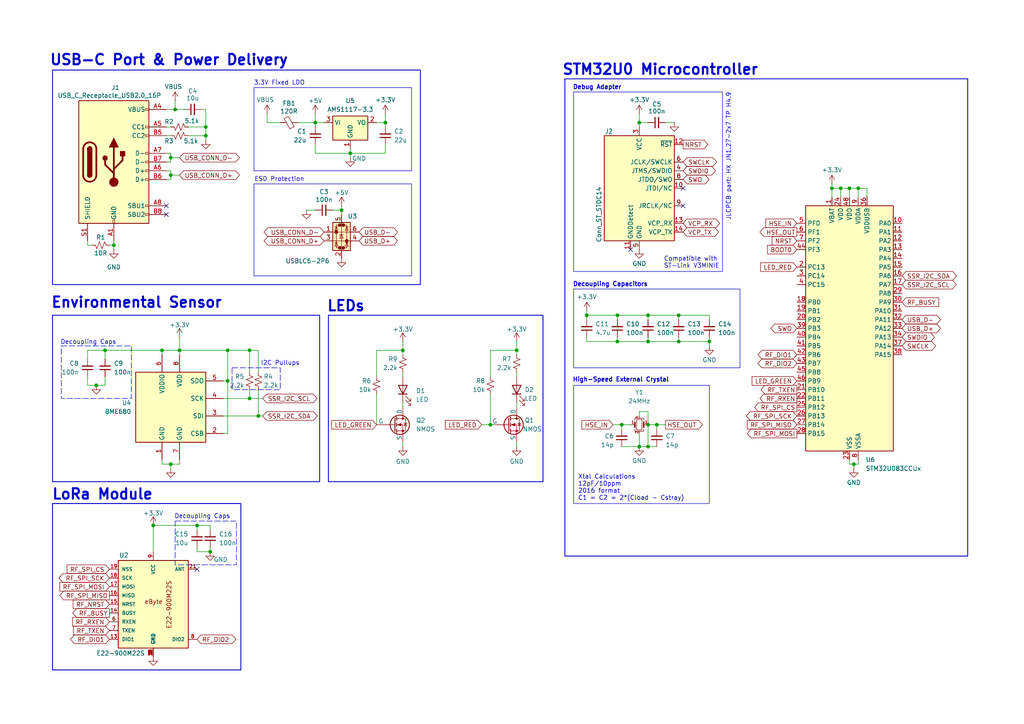
<source format=kicad_sch>
(kicad_sch (version 20250114) (generator "eeschema") (generator_version "9.0")
  (paper "A4")
  (title_block (title "Laera - IoT Sensing Platform") (date "2025-06-26") (rev "1") (company "Author: Elyass Jaoudat") (comment 1 "All rights reserved."))
  (lib_symbols
    (symbol "Connector:Conn_ST_STDC14"
      (property "Reference" "J" (at -8.89 16.51 0))
      (property "Value" "Conn_ST_STDC14" (at 17.78 16.51 0))
      (symbol "Conn_ST_STDC14_1_1"
        (pin no_connect line (at -10.16 5.08 0) (length 2.54) (hide yes) (name "NC") (number "1"))
        (pin no_connect line (at -10.16 2.54 0) (length 2.54) (hide yes) (name "NC") (number "2"))
        (pin passive line (at -2.54 -17.78 90) (length 2.54) (name "GNDDetect") (number "11"))
        (pin power_in line (at 0 17.78 270) (length 2.54) (name "VCC") (number "3"))
        (pin power_in line (at 0 -17.78 90) (length 2.54) (name "GND") (number "5"))
        (pin passive line (at 0 -17.78 90) (length 2.54) (hide yes) (name "GND") (number "7"))
        (pin open_collector line (at 12.7 12.7 180) (length 2.54) (name "~{RST}") (number "12"))
        (pin output line (at 12.7 7.62 180) (length 2.54) (name "JCLK/SWCLK") (number "6"))
        (pin bidirectional line (at 12.7 5.08 180) (length 2.54) (name "JTMS/SWDIO") (number "4"))
        (pin input line (at 12.7 2.54 180) (length 2.54) (name "JTDO/SWO") (number "8"))
        (pin output line (at 12.7 0 180) (length 2.54) (name "JTDI/NC") (number "10"))
        (pin input line (at 12.7 -5.08 180) (length 2.54) (name "JRCLK/NC") (number "9"))
        (pin output line (at 12.7 -10.16 180) (length 2.54) (name "VCP_RX") (number "13"))
        (pin input line (at 12.7 -12.7 180) (length 2.54) (name "VCP_TX") (number "14"))
      )
    )
    (symbol "Connector:USB_C_Receptacle_USB2.0_16P" (pin_names (offset 1.016))
      (property "Reference" "J" (at 0 22.225 0))
      (property "Value" "USB_C_Receptacle_USB2.0_16P" (at 0 19.685 0))
      (symbol "USB_C_Receptacle_USB2.0_16P_1_1"
        (pin passive line (at -7.62 -22.86 90) (length 5.08) (name "SHIELD") (number "S1"))
        (pin passive line (at 0 -22.86 90) (length 5.08) (name "GND") (number "A1"))
        (pin passive line (at 0 -22.86 90) (length 5.08) (hide yes) (name "GND") (number "A12"))
        (pin passive line (at 0 -22.86 90) (length 5.08) (hide yes) (name "GND") (number "B1"))
        (pin passive line (at 0 -22.86 90) (length 5.08) (hide yes) (name "GND") (number "B12"))
        (pin passive line (at 15.24 15.24 180) (length 5.08) (name "VBUS") (number "A4"))
        (pin passive line (at 15.24 15.24 180) (length 5.08) (hide yes) (name "VBUS") (number "A9"))
        (pin passive line (at 15.24 15.24 180) (length 5.08) (hide yes) (name "VBUS") (number "B4"))
        (pin passive line (at 15.24 15.24 180) (length 5.08) (hide yes) (name "VBUS") (number "B9"))
        (pin bidirectional line (at 15.24 10.16 180) (length 5.08) (name "CC1") (number "A5"))
        (pin bidirectional line (at 15.24 7.62 180) (length 5.08) (name "CC2") (number "B5"))
        (pin bidirectional line (at 15.24 2.54 180) (length 5.08) (name "D-") (number "A7"))
        (pin bidirectional line (at 15.24 0 180) (length 5.08) (name "D-") (number "B7"))
        (pin bidirectional line (at 15.24 -2.54 180) (length 5.08) (name "D+") (number "A6"))
        (pin bidirectional line (at 15.24 -5.08 180) (length 5.08) (name "D+") (number "B6"))
        (pin bidirectional line (at 15.24 -12.7 180) (length 5.08) (name "SBU1") (number "A8"))
        (pin bidirectional line (at 15.24 -15.24 180) (length 5.08) (name "SBU2") (number "B8"))
      )
    )
    (symbol "Device:C_Small" (pin_numbers (hide yes)) (pin_names (offset 0.254) (hide yes))
      (property "Reference" "C" (at 0.254 1.778 0))
      (property "Value" "C_Small" (at 0.254 -2.032 0))
      (symbol "C_Small_1_1"
        (pin passive line (at 0 2.54 270) (length 2.032) (name "~") (number "1"))
        (pin passive line (at 0 -2.54 90) (length 2.032) (name "~") (number "2"))
      )
    )
    (symbol "Device:Crystal_GND24_Small" (pin_names (offset 1.016) (hide yes))
      (property "Reference" "Y" (at 1.27 4.445 0))
      (property "Value" "Crystal_GND24_Small" (at 1.27 2.54 0))
      (symbol "Crystal_GND24_Small_1_1"
        (pin passive line (at -2.54 0 0) (length 1.27) (name "1") (number "1"))
        (pin passive line (at 0 2.54 270) (length 0.635) (name "4") (number "4"))
        (pin passive line (at 0 -2.54 90) (length 0.635) (name "2") (number "2"))
        (pin passive line (at 2.54 0 180) (length 1.27) (name "3") (number "3"))
      )
    )
    (symbol "Device:FerriteBead_Small" (pin_numbers (hide yes)) (pin_names (offset 0))
      (property "Reference" "FB" (at 1.905 1.27 0))
      (property "Value" "FerriteBead_Small" (at 1.905 -1.27 0))
      (symbol "FerriteBead_Small_1_1"
        (pin passive line (at 0 2.54 270) (length 1.27) (name "~") (number "1"))
        (pin passive line (at 0 -2.54 90) (length 1.27) (name "~") (number "2"))
      )
    )
    (symbol "Device:LED" (pin_numbers (hide yes)) (pin_names (offset 1.016) (hide yes))
      (property "Reference" "D" (at 0 2.54 0))
      (property "Value" "LED" (at 0 -2.54 0))
      (symbol "LED_1_1"
        (pin passive line (at -3.81 0 0) (length 2.54) (name "K") (number "1"))
        (pin passive line (at 3.81 0 180) (length 2.54) (name "A") (number "2"))
      )
    )
    (symbol "Device:R_Small_US" (pin_numbers (hide yes)) (pin_names (offset 0.254) (hide yes))
      (property "Reference" "R" (at 0.762 0.508 0))
      (property "Value" "R_Small_US" (at 0.762 -1.016 0))
      (symbol "R_Small_US_1_1"
        (pin passive line (at 0 2.54 270) (length 1.016) (name "~") (number "1"))
        (pin passive line (at 0 -2.54 90) (length 1.016) (name "~") (number "2"))
      )
    )
    (symbol "MCU_ST_STM32U0:STM32U083CCUx"
      (property "Reference" "U" (at -12.7 36.83 0))
      (property "Value" "STM32U083CCUx" (at 7.62 36.83 0))
      (symbol "STM32U083CCUx_1_1"
        (pin bidirectional line (at -15.24 30.48 0) (length 2.54) (name "PF0") (number "5"))
        (pin bidirectional line (at -15.24 27.94 0) (length 2.54) (name "PF1") (number "6"))
        (pin bidirectional line (at -15.24 25.4 0) (length 2.54) (name "PF2") (number "7"))
        (pin bidirectional line (at -15.24 22.86 0) (length 2.54) (name "PF3") (number "44"))
        (pin bidirectional line (at -15.24 17.78 0) (length 2.54) (name "PC13") (number "2"))
        (pin bidirectional line (at -15.24 15.24 0) (length 2.54) (name "PC14") (number "3"))
        (pin bidirectional line (at -15.24 12.7 0) (length 2.54) (name "PC15") (number "4"))
        (pin bidirectional line (at -15.24 7.62 0) (length 2.54) (name "PB0") (number "18"))
        (pin bidirectional line (at -15.24 5.08 0) (length 2.54) (name "PB1") (number "19"))
        (pin bidirectional line (at -15.24 2.54 0) (length 2.54) (name "PB2") (number "20"))
        (pin bidirectional line (at -15.24 0 0) (length 2.54) (name "PB3") (number "39"))
        (pin bidirectional line (at -15.24 -2.54 0) (length 2.54) (name "PB4") (number "40"))
        (pin bidirectional line (at -15.24 -5.08 0) (length 2.54) (name "PB5") (number "41"))
        (pin bidirectional line (at -15.24 -7.62 0) (length 2.54) (name "PB6") (number "42"))
        (pin bidirectional line (at -15.24 -10.16 0) (length 2.54) (name "PB7") (number "43"))
        (pin bidirectional line (at -15.24 -12.7 0) (length 2.54) (name "PB8") (number "45"))
        (pin bidirectional line (at -15.24 -15.24 0) (length 2.54) (name "PB9") (number "46"))
        (pin bidirectional line (at -15.24 -17.78 0) (length 2.54) (name "PB10") (number "21"))
        (pin bidirectional line (at -15.24 -20.32 0) (length 2.54) (name "PB11") (number "22"))
        (pin bidirectional line (at -15.24 -22.86 0) (length 2.54) (name "PB12") (number "25"))
        (pin bidirectional line (at -15.24 -25.4 0) (length 2.54) (name "PB13") (number "26"))
        (pin bidirectional line (at -15.24 -27.94 0) (length 2.54) (name "PB14") (number "27"))
        (pin bidirectional line (at -15.24 -30.48 0) (length 2.54) (name "PB15") (number "28"))
        (pin power_in line (at -5.08 38.1 270) (length 2.54) (name "VBAT") (number "1"))
        (pin power_in line (at -2.54 38.1 270) (length 2.54) (name "VDD") (number "24"))
        (pin power_in line (at 0 38.1 270) (length 2.54) (name "VDD") (number "48"))
        (pin power_in line (at 0 -38.1 90) (length 2.54) (name "VSS") (number "23"))
        (pin passive line (at 0 -38.1 90) (length 2.54) (hide yes) (name "VSS") (number "35"))
        (pin passive line (at 0 -38.1 90) (length 2.54) (hide yes) (name "VSS") (number "47"))
        (pin passive line (at 0 -38.1 90) (length 2.54) (hide yes) (name "VSS") (number "49"))
        (pin power_in line (at 2.54 38.1 270) (length 2.54) (name "VDDA") (number "9"))
        (pin power_in line (at 2.54 -38.1 90) (length 2.54) (name "VSSA") (number "8"))
        (pin power_in line (at 5.08 38.1 270) (length 2.54) (name "VDDUSB") (number "36"))
        (pin bidirectional line (at 15.24 30.48 180) (length 2.54) (name "PA0") (number "10"))
        (pin bidirectional line (at 15.24 27.94 180) (length 2.54) (name "PA1") (number "11"))
        (pin bidirectional line (at 15.24 25.4 180) (length 2.54) (name "PA2") (number "12"))
        (pin bidirectional line (at 15.24 22.86 180) (length 2.54) (name "PA3") (number "13"))
        (pin bidirectional line (at 15.24 20.32 180) (length 2.54) (name "PA4") (number "14"))
        (pin bidirectional line (at 15.24 17.78 180) (length 2.54) (name "PA5") (number "15"))
        (pin bidirectional line (at 15.24 15.24 180) (length 2.54) (name "PA6") (number "16"))
        (pin bidirectional line (at 15.24 12.7 180) (length 2.54) (name "PA7") (number "17"))
        (pin bidirectional line (at 15.24 10.16 180) (length 2.54) (name "PA8") (number "29"))
        (pin bidirectional line (at 15.24 7.62 180) (length 2.54) (name "PA9") (number "30"))
        (pin bidirectional line (at 15.24 5.08 180) (length 2.54) (name "PA10") (number "31"))
        (pin bidirectional line (at 15.24 2.54 180) (length 2.54) (name "PA11") (number "32"))
        (pin bidirectional line (at 15.24 0 180) (length 2.54) (name "PA12") (number "33"))
        (pin bidirectional line (at 15.24 -2.54 180) (length 2.54) (name "PA13") (number "34"))
        (pin bidirectional line (at 15.24 -5.08 180) (length 2.54) (name "PA14") (number "37"))
        (pin bidirectional line (at 15.24 -7.62 180) (length 2.54) (name "PA15") (number "38"))
      )
    )
    (symbol "MySymbols:E22-900M22S" (pin_names (offset 1.016))
      (property "Reference" "U" (at 6.096 13.97 0))
      (property "Value" "E22-900M22S" (at -16.51 -15.24 0))
      (symbol "E22-900M22S_0_0"
        (text "eByte" (at 2.794 0 0) (effects (font (size 1.27 1.27)) (justify right bottom)))
        (text "E22-900M22S" (at 5.334 -7.112 900) (effects (font (size 1.27 1.27)) (justify left bottom)))
        (pin input line (at -12.7 10.16 0) (length 2.54) (name "NSS") (number "19"))
        (pin input line (at -12.7 7.62 0) (length 2.54) (name "SCK") (number "18"))
        (pin bidirectional line (at -12.7 5.08 0) (length 2.54) (name "MOSI") (number "17"))
        (pin bidirectional line (at -12.7 2.54 0) (length 2.54) (name "MISO") (number "16"))
        (pin bidirectional line (at -12.7 0 0) (length 2.54) (name "NRST") (number "15"))
        (pin bidirectional line (at -12.7 -2.54 0) (length 2.54) (name "BUSY") (number "14"))
        (pin input line (at -12.7 -5.08 0) (length 2.54) (name "RXEN") (number "6"))
        (pin bidirectional line (at -12.7 -7.62 0) (length 2.54) (name "TXEN") (number "7"))
        (pin bidirectional line (at -12.7 -10.16 0) (length 2.54) (name "DIO1") (number "13"))
        (pin power_in line (at 0 15.24 270) (length 2.54) (name "VCC") (number "9"))
        (pin power_in line (at 0 -15.24 90) (length 2.54) (name "GND") (number "1"))
        (pin power_in line (at 0 -15.24 90) (length 2.54) (name "GND") (number "10"))
        (pin power_in line (at 0 -15.24 90) (length 2.54) (name "GND") (number "11"))
        (pin power_in line (at 0 -15.24 90) (length 2.54) (name "GND") (number "12"))
        (pin power_in line (at 0 -15.24 90) (length 2.54) (name "GND") (number "2"))
        (pin power_in line (at 0 -15.24 90) (length 2.54) (name "GND") (number "20"))
        (pin power_in line (at 0 -15.24 90) (length 2.54) (name "GND") (number "22"))
        (pin power_in line (at 0 -15.24 90) (length 2.54) (name "GND") (number "3"))
        (pin power_in line (at 0 -15.24 90) (length 2.54) (name "GND") (number "4"))
        (pin power_in line (at 0 -15.24 90) (length 2.54) (name "GND") (number "5"))
        (pin output line (at 12.7 10.16 180) (length 2.54) (name "ANT") (number "21"))
        (pin bidirectional line (at 12.7 -10.16 180) (length 2.54) (name "DIO2") (number "8"))
      )
    )
    (symbol "Power_Protection:USBLC6-2P6" (pin_names (hide yes))
      (property "Reference" "U" (at 0.635 5.715 0))
      (property "Value" "USBLC6-2P6" (at 0.635 3.81 0))
      (symbol "USBLC6-2P6_1_1"
        (pin passive line (at -5.08 0 0) (length 2.54) (name "I/O1") (number "1"))
        (pin passive line (at -5.08 -2.54 0) (length 2.54) (name "I/O2") (number "3"))
        (pin passive line (at 0 5.08 270) (length 2.54) (name "VBUS") (number "5"))
        (pin passive line (at 0 -7.62 90) (length 2.54) (name "GND") (number "2"))
        (pin passive line (at 5.08 0 180) (length 2.54) (name "I/O1") (number "6"))
        (pin passive line (at 5.08 -2.54 180) (length 2.54) (name "I/O2") (number "4"))
      )
    )
    (symbol "Regulator_Linear:AMS1117-3.3"
      (property "Reference" "U" (at -3.81 3.175 0))
      (property "Value" "AMS1117-3.3" (at 0 3.175 0))
      (symbol "AMS1117-3.3_1_1"
        (pin power_in line (at -7.62 0 0) (length 2.54) (name "VI") (number "3"))
        (pin power_in line (at 0 -7.62 90) (length 2.54) (name "GND") (number "1"))
        (pin power_out line (at 7.62 0 180) (length 2.54) (name "VO") (number "2"))
      )
    )
    (symbol "Sensor:BME680"
      (property "Reference" "U" (at -8.89 11.43 0))
      (property "Value" "BME680" (at 7.62 11.43 0))
      (symbol "BME680_1_1"
        (pin power_in line (at -2.54 15.24 270) (length 5.08) (name "VDDIO") (number "6"))
        (pin power_in line (at -2.54 -15.24 90) (length 5.08) (name "GND") (number "1"))
        (pin power_in line (at 2.54 15.24 270) (length 5.08) (name "VDD") (number "8"))
        (pin power_in line (at 2.54 -15.24 90) (length 5.08) (name "GND") (number "7"))
        (pin bidirectional line (at 15.24 7.62 180) (length 5.08) (name "SDO") (number "5"))
        (pin input line (at 15.24 2.54 180) (length 5.08) (name "SCK") (number "4"))
        (pin bidirectional line (at 15.24 -2.54 180) (length 5.08) (name "SDI") (number "3"))
        (pin input line (at 15.24 -7.62 180) (length 5.08) (name "CSB") (number "2"))
      )
    )
    (symbol "Simulation_SPICE:NMOS" (pin_numbers (hide yes)) (pin_names (offset 0))
      (property "Reference" "Q" (at 5.08 1.27 0))
      (property "Value" "NMOS" (at 5.08 -1.27 0))
      (symbol "NMOS_1_1"
        (pin input line (at -5.08 0 0) (length 2.54) (name "G") (number "2"))
        (pin passive line (at 2.54 5.08 270) (length 2.54) (name "D") (number "1"))
        (pin passive line (at 2.54 -5.08 90) (length 2.54) (name "S") (number "3"))
      )
    )
    (symbol "power:+3.3V" (power) (pin_numbers (hide yes)) (pin_names (offset 0) (hide yes))
      (property "Value" "+3.3V" (at 0 3.556 0))
      (symbol "+3.3V_1_1"
        (pin power_in line (at 0 0 90) (length 0) (name "~") (number "1"))
      )
    )
    (symbol "power:+5V" (power) (pin_numbers (hide yes)) (pin_names (offset 0) (hide yes))
      (property "Value" "+5V" (at 0 3.556 0))
      (symbol "+5V_1_1"
        (pin power_in line (at 0 0 90) (length 0) (name "~") (number "1"))
      )
    )
    (symbol "power:GND" (power) (pin_numbers (hide yes)) (pin_names (offset 0) (hide yes))
      (property "Value" "GND" (at 0 -3.81 0))
      (symbol "GND_1_1"
        (pin power_in line (at 0 0 270) (length 0) (name "~") (number "1"))
      )
    )
    (symbol "power:VBUS" (power) (pin_numbers (hide yes)) (pin_names (offset 0) (hide yes))
      (property "Value" "VBUS" (at 0 3.556 0))
      (symbol "VBUS_1_1"
        (pin power_in line (at 0 0 90) (length 0) (name "~") (number "1"))
      )
    )
  )
  (rectangle (start 17.78 100.33) (end 38.1 115.57) (stroke (width 0) (type dash)))
  (rectangle (start 15.24 20.32) (end 121.92 82.55) (stroke (width 0.25)))
  (rectangle (start 15.24 146.05) (end 69.85 194.31) (stroke (width 0.254)))
  (rectangle (start 95.25 91.44) (end 157.48 139.7) (stroke (width 0.25)))
  (rectangle (start 15.24 91.44) (end 92.71 139.7) (stroke (width 0.25)))
  (rectangle (start 67.31 106.68) (end 81.28 113.03) (stroke (width 0) (type dash)))
  (rectangle (start 73.66 25.4) (end 119.38 49.53))
  (rectangle (start 163.83 22.86) (end 280.67 161.29) (stroke (width 0.25)))
  (rectangle (start 50.8 151.13) (end 68.58 163.83) (stroke (width 0) (type dash)))
  (rectangle (start 166.37 83.82) (end 214.63 106.68))
  (rectangle (start 73.66 53.34) (end 119.38 80.01))
  (rectangle (start 166.37 26.67) (end 209.55 78.74))
  (rectangle (start 166.37 111.76) (end 205.74 146.05))
  (text "STM32U0 Microcontroller" (at 191.516 20.32 0) (effects (font (size 3 3) (thickness 0.6) (bold yes))))
  (text "LoRa Module" (at 29.718 143.51 0) (effects (font (size 3 3) (thickness 0.6) (bold yes))))
  (text "Debug Adapter" (at 173.228 25.4 0) (effects (font (size 1.27 1.27) (thickness 0.254) (bold yes))))
  (text "Xtal Calculations\n12pF/10ppm\n2016 format\nC1 = C2 = 2*(Cload - Cstray)" (at 167.64 141.478 0) (effects (font (size 1.27 1.27) (thickness 0.1588)) (justify left)))
  (text "Environmental Sensor" (at 39.624 87.884 0) (effects (font (size 3 3) (thickness 0.6) (bold yes))))
  (text "Decoupling Capacitors" (at 177.038 82.55 0) (effects (font (size 1.27 1.27) (thickness 0.254) (bold yes))))
  (text "Decoupling Caps" (at 58.674 149.86 0) (effects (font (size 1.27 1.27))))
  (text "ESD Protection" (at 81.026 52.07 0) (effects (font (size 1.27 1.27))))
  (text "JLCPCB part: HX JN1.27-2x7 TP H4.9" (at 211.328 45.466 90) (effects (font (size 1.27 1.27))))
  (text "High-Speed External Crystal" (at 180.086 110.236 0) (effects (font (size 1.27 1.27) (thickness 0.254) (bold yes))))
  (text "Compatible with\nST-Link V3MINIE" (at 192.532 76.2 0) (effects (font (size 1.27 1.27)) (justify left)))
  (text "LEDs" (at 100.33 88.9 0) (effects (font (size 3 3) (thickness 0.6) (bold yes))))
  (text "USB-C Port & Power Delivery" (at 49.022 17.526 0) (effects (font (size 3 3) (thickness 0.6) (bold yes))))
  (text "I2C Pullups" (at 81.28 105.41 0) (effects (font (size 1.27 1.27))))
  (text "3.3V Fixed LDO" (at 81.026 24.13 0) (effects (font (size 1.27 1.27))))
  (text "Decoupling Caps" (at 25.654 99.314 0) (effects (font (size 1.27 1.27))))
  (junction (at 33.02 71.12))
  (junction (at 187.96 129.54))
  (junction (at 187.96 99.06))
  (junction (at 66.04 101.6))
  (junction (at 46.99 101.6))
  (junction (at 72.39 115.57))
  (junction (at 116.84 101.6))
  (junction (at 248.92 54.61))
  (junction (at 49.53 45.72))
  (junction (at 187.96 123.19))
  (junction (at 187.96 91.44))
  (junction (at 111.76 35.56))
  (junction (at 246.38 54.61))
  (junction (at 196.85 91.44))
  (junction (at 91.44 35.56))
  (junction (at 60.96 160.02))
  (junction (at 72.39 101.6))
  (junction (at 74.93 120.65))
  (junction (at 50.8 31.75))
  (junction (at 99.06 60.96))
  (junction (at 149.86 101.6))
  (junction (at 241.3 54.61))
  (junction (at 179.07 99.06))
  (junction (at 52.07 101.6))
  (junction (at 142.24 123.19))
  (junction (at 30.48 101.6))
  (junction (at 247.65 134.62))
  (junction (at 185.42 35.56))
  (junction (at 49.53 134.62))
  (junction (at 59.69 39.37))
  (junction (at 44.45 152.4))
  (junction (at 185.42 129.54))
  (junction (at 101.6 44.45))
  (junction (at 66.04 110.49))
  (junction (at 243.84 54.61))
  (junction (at 180.34 123.19))
  (junction (at 49.53 50.8))
  (junction (at 27.94 111.76))
  (junction (at 196.85 99.06))
  (junction (at 57.15 152.4))
  (junction (at 205.74 99.06))
  (junction (at 59.69 36.83))
  (junction (at 190.5 123.19))
  (junction (at 179.07 91.44))
  (junction (at 170.18 91.44))
  (no_connect (at 198.12 54.61))
  (no_connect (at 198.12 59.69))
  (no_connect (at 48.26 59.69))
  (no_connect (at 57.15 165.1))
  (no_connect (at 48.26 62.23))
  (no_connect (at 182.88 72.39))
  (wire (pts (xy 185.42 129.54) (xy 187.96 129.54)))
  (wire (pts (xy 49.53 45.72) (xy 49.53 44.45)))
  (wire (pts (xy 52.07 97.79) (xy 52.07 101.6)))
  (wire (pts (xy 116.84 107.95) (xy 116.84 109.22)))
  (wire (pts (xy 57.15 160.02) (xy 57.15 158.75)))
  (wire (pts (xy 185.42 125.73) (xy 185.42 129.54)))
  (wire (pts (xy 27.94 111.76) (xy 25.4 111.76)))
  (wire (pts (xy 248.92 54.61) (xy 251.46 54.61)))
  (wire (pts (xy 190.5 124.46) (xy 190.5 123.19)))
  (wire (pts (xy 142.24 101.6) (xy 149.86 101.6)))
  (wire (pts (xy 74.93 113.03) (xy 74.93 120.65)))
  (wire (pts (xy 109.22 35.56) (xy 111.76 35.56)))
  (wire (pts (xy 99.06 60.96) (xy 99.06 62.23)))
  (wire (pts (xy 241.3 54.61) (xy 243.84 54.61)))
  (wire (pts (xy 116.84 116.84) (xy 116.84 118.11)))
  (wire (pts (xy 180.34 123.19) (xy 182.88 123.19)))
  (wire (pts (xy 187.96 123.19) (xy 187.96 129.54)))
  (wire (pts (xy 49.53 50.8) (xy 49.53 49.53)))
  (wire (pts (xy 247.65 134.62) (xy 248.92 134.62)))
  (wire (pts (xy 91.44 41.91) (xy 91.44 44.45)))
  (wire (pts (xy 48.26 44.45) (xy 49.53 44.45)))
  (wire (pts (xy 64.77 110.49) (xy 66.04 110.49)))
  (wire (pts (xy 96.52 60.96) (xy 99.06 60.96)))
  (wire (pts (xy 57.15 152.4) (xy 60.96 152.4)))
  (wire (pts (xy 205.74 97.79) (xy 205.74 99.06)))
  (wire (pts (xy 248.92 133.35) (xy 248.92 134.62)))
  (wire (pts (xy 111.76 36.83) (xy 111.76 35.56)))
  (wire (pts (xy 54.61 36.83) (xy 59.69 36.83)))
  (wire (pts (xy 179.07 97.79) (xy 179.07 99.06)))
  (wire (pts (xy 49.53 134.62) (xy 52.07 134.62)))
  (wire (pts (xy 179.07 91.44) (xy 187.96 91.44)))
  (wire (pts (xy 46.99 101.6) (xy 46.99 102.87)))
  (wire (pts (xy 243.84 54.61) (xy 246.38 54.61)))
  (wire (pts (xy 149.86 116.84) (xy 149.86 118.11)))
  (wire (pts (xy 88.9 60.96) (xy 91.44 60.96)))
  (wire (pts (xy 187.96 123.19) (xy 190.5 123.19)))
  (wire (pts (xy 33.02 71.12) (xy 33.02 72.39)))
  (wire (pts (xy 101.6 44.45) (xy 101.6 45.72)))
  (wire (pts (xy 243.84 57.15) (xy 243.84 54.61)))
  (wire (pts (xy 44.45 152.4) (xy 57.15 152.4)))
  (wire (pts (xy 170.18 91.44) (xy 179.07 91.44)))
  (wire (pts (xy 74.93 101.6) (xy 72.39 101.6)))
  (wire (pts (xy 187.96 91.44) (xy 187.96 92.71)))
  (wire (pts (xy 30.48 104.14) (xy 30.48 101.6)))
  (wire (pts (xy 25.4 101.6) (xy 30.48 101.6)))
  (wire (pts (xy 246.38 134.62) (xy 247.65 134.62)))
  (wire (pts (xy 25.4 104.14) (xy 25.4 101.6)))
  (wire (pts (xy 66.04 125.73) (xy 66.04 110.49)))
  (wire (pts (xy 170.18 90.17) (xy 170.18 91.44)))
  (wire (pts (xy 241.3 53.34) (xy 241.3 54.61)))
  (wire (pts (xy 247.65 134.62) (xy 247.65 135.89)))
  (wire (pts (xy 170.18 97.79) (xy 170.18 99.06)))
  (wire (pts (xy 187.96 97.79) (xy 187.96 99.06)))
  (wire (pts (xy 52.07 50.8) (xy 49.53 50.8)))
  (wire (pts (xy 196.85 92.71) (xy 196.85 91.44)))
  (wire (pts (xy 91.44 44.45) (xy 101.6 44.45)))
  (wire (pts (xy 179.07 99.06) (xy 187.96 99.06)))
  (wire (pts (xy 52.07 133.35) (xy 52.07 134.62)))
  (wire (pts (xy 31.75 71.12) (xy 33.02 71.12)))
  (wire (pts (xy 66.04 101.6) (xy 72.39 101.6)))
  (wire (pts (xy 48.26 46.99) (xy 49.53 46.99)))
  (wire (pts (xy 25.4 109.22) (xy 25.4 111.76)))
  (wire (pts (xy 48.26 31.75) (xy 50.8 31.75)))
  (wire (pts (xy 142.24 114.3) (xy 142.24 123.19)))
  (wire (pts (xy 77.47 33.02) (xy 77.47 35.56)))
  (wire (pts (xy 177.8 123.19) (xy 180.34 123.19)))
  (wire (pts (xy 111.76 33.02) (xy 111.76 35.56)))
  (wire (pts (xy 72.39 107.95) (xy 72.39 101.6)))
  (wire (pts (xy 27.94 111.76) (xy 30.48 111.76)))
  (wire (pts (xy 52.07 45.72) (xy 49.53 45.72)))
  (wire (pts (xy 193.04 35.56) (xy 195.58 35.56)))
  (wire (pts (xy 64.77 125.73) (xy 66.04 125.73)))
  (wire (pts (xy 91.44 33.02) (xy 91.44 35.56)))
  (wire (pts (xy 246.38 133.35) (xy 246.38 134.62)))
  (wire (pts (xy 54.61 39.37) (xy 59.69 39.37)))
  (wire (pts (xy 149.86 101.6) (xy 149.86 102.87)))
  (wire (pts (xy 170.18 99.06) (xy 179.07 99.06)))
  (wire (pts (xy 59.69 39.37) (xy 59.69 40.64)))
  (wire (pts (xy 77.47 35.56) (xy 81.28 35.56)))
  (wire (pts (xy 44.45 152.4) (xy 44.45 160.02)))
  (wire (pts (xy 170.18 91.44) (xy 170.18 92.71)))
  (wire (pts (xy 72.39 113.03) (xy 72.39 115.57)))
  (wire (pts (xy 116.84 101.6) (xy 116.84 102.87)))
  (wire (pts (xy 30.48 101.6) (xy 46.99 101.6)))
  (wire (pts (xy 205.74 99.06) (xy 196.85 99.06)))
  (wire (pts (xy 49.53 50.8) (xy 49.53 52.07)))
  (wire (pts (xy 49.53 134.62) (xy 46.99 134.62)))
  (wire (pts (xy 101.6 43.18) (xy 101.6 44.45)))
  (wire (pts (xy 139.7 123.19) (xy 142.24 123.19)))
  (wire (pts (xy 246.38 54.61) (xy 246.38 57.15)))
  (wire (pts (xy 149.86 99.06) (xy 149.86 101.6)))
  (wire (pts (xy 185.42 120.65) (xy 185.42 119.38)))
  (wire (pts (xy 48.26 39.37) (xy 49.53 39.37)))
  (wire (pts (xy 187.96 35.56) (xy 185.42 35.56)))
  (wire (pts (xy 60.96 152.4) (xy 60.96 153.67)))
  (wire (pts (xy 48.26 36.83) (xy 49.53 36.83)))
  (wire (pts (xy 52.07 101.6) (xy 46.99 101.6)))
  (wire (pts (xy 57.15 160.02) (xy 60.96 160.02)))
  (wire (pts (xy 187.96 119.38) (xy 187.96 123.19)))
  (wire (pts (xy 149.86 129.54) (xy 149.86 128.27)))
  (wire (pts (xy 64.77 120.65) (xy 74.93 120.65)))
  (wire (pts (xy 196.85 91.44) (xy 205.74 91.44)))
  (wire (pts (xy 58.42 31.75) (xy 59.69 31.75)))
  (wire (pts (xy 50.8 31.75) (xy 53.34 31.75)))
  (wire (pts (xy 187.96 129.54) (xy 190.5 129.54)))
  (wire (pts (xy 241.3 54.61) (xy 241.3 57.15)))
  (wire (pts (xy 142.24 109.22) (xy 142.24 101.6)))
  (wire (pts (xy 72.39 115.57) (xy 76.2 115.57)))
  (wire (pts (xy 185.42 119.38) (xy 187.96 119.38)))
  (wire (pts (xy 49.53 45.72) (xy 49.53 46.99)))
  (wire (pts (xy 187.96 99.06) (xy 196.85 99.06)))
  (wire (pts (xy 60.96 160.02) (xy 60.96 158.75)))
  (wire (pts (xy 205.74 99.06) (xy 205.74 100.33)))
  (wire (pts (xy 180.34 124.46) (xy 180.34 123.19)))
  (wire (pts (xy 142.24 123.19) (xy 143.51 123.19)))
  (wire (pts (xy 50.8 31.75) (xy 50.8 29.21)))
  (wire (pts (xy 116.84 99.06) (xy 116.84 101.6)))
  (wire (pts (xy 25.4 71.12) (xy 26.67 71.12)))
  (wire (pts (xy 251.46 57.15) (xy 251.46 54.61)))
  (wire (pts (xy 57.15 152.4) (xy 57.15 153.67)))
  (wire (pts (xy 46.99 133.35) (xy 46.99 134.62)))
  (wire (pts (xy 246.38 54.61) (xy 248.92 54.61)))
  (wire (pts (xy 205.74 92.71) (xy 205.74 91.44)))
  (wire (pts (xy 86.36 35.56) (xy 91.44 35.56)))
  (wire (pts (xy 48.26 52.07) (xy 49.53 52.07)))
  (wire (pts (xy 248.92 54.61) (xy 248.92 57.15)))
  (wire (pts (xy 99.06 59.69) (xy 99.06 60.96)))
  (wire (pts (xy 101.6 44.45) (xy 111.76 44.45)))
  (wire (pts (xy 190.5 123.19) (xy 193.04 123.19)))
  (wire (pts (xy 33.02 69.85) (xy 33.02 71.12)))
  (wire (pts (xy 59.69 31.75) (xy 59.69 36.83)))
  (wire (pts (xy 180.34 129.54) (xy 185.42 129.54)))
  (wire (pts (xy 109.22 109.22) (xy 109.22 101.6)))
  (wire (pts (xy 185.42 33.02) (xy 185.42 35.56)))
  (wire (pts (xy 91.44 35.56) (xy 93.98 35.56)))
  (wire (pts (xy 116.84 129.54) (xy 116.84 128.27)))
  (wire (pts (xy 66.04 110.49) (xy 66.04 101.6)))
  (wire (pts (xy 109.22 101.6) (xy 116.84 101.6)))
  (wire (pts (xy 74.93 120.65) (xy 76.2 120.65)))
  (wire (pts (xy 149.86 107.95) (xy 149.86 109.22)))
  (wire (pts (xy 185.42 35.56) (xy 185.42 36.83)))
  (wire (pts (xy 91.44 35.56) (xy 91.44 36.83)))
  (wire (pts (xy 179.07 91.44) (xy 179.07 92.71)))
  (wire (pts (xy 25.4 69.85) (xy 25.4 71.12)))
  (wire (pts (xy 59.69 36.83) (xy 59.69 39.37)))
  (wire (pts (xy 48.26 49.53) (xy 49.53 49.53)))
  (wire (pts (xy 49.53 135.89) (xy 49.53 134.62)))
  (wire (pts (xy 64.77 115.57) (xy 72.39 115.57)))
  (wire (pts (xy 109.22 114.3) (xy 109.22 123.19)))
  (wire (pts (xy 30.48 109.22) (xy 30.48 111.76)))
  (wire (pts (xy 187.96 91.44) (xy 196.85 91.44)))
  (wire (pts (xy 196.85 97.79) (xy 196.85 99.06)))
  (wire (pts (xy 74.93 107.95) (xy 74.93 101.6)))
  (wire (pts (xy 52.07 101.6) (xy 66.04 101.6)))
  (wire (pts (xy 52.07 102.87) (xy 52.07 101.6)))
  (wire (pts (xy 111.76 41.91) (xy 111.76 44.45)))
  (global_label "RF_BUSY" (shape output) (at 31.75 177.8 180) (property "Intersheetrefs" "${INTERSHEET_REFS}" (effects (hide yes))))
  (global_label "VCP_RX" (shape bidirectional) (at 198.12 64.77 0) (property "Intersheetrefs" "${INTERSHEET_REFS}" (effects (hide yes))))
  (global_label "RF_DIO2" (shape bidirectional) (at 231.14 105.41 180) (property "Intersheetrefs" "${INTERSHEET_REFS}" (effects (hide yes))))
  (global_label "SWO" (shape bidirectional) (at 231.14 95.25 180) (property "Intersheetrefs" "${INTERSHEET_REFS}" (effects (hide yes))))
  (global_label "NRST" (shape output) (at 198.12 41.91 0) (property "Intersheetrefs" "${INTERSHEET_REFS}" (effects (hide yes))))
  (global_label "SWDIO" (shape bidirectional) (at 198.12 49.53 0) (property "Intersheetrefs" "${INTERSHEET_REFS}" (effects (hide yes))))
  (global_label "SSR_I2C_SDA" (shape bidirectional) (at 76.2 120.65 0) (property "Intersheetrefs" "${INTERSHEET_REFS}" (effects (hide yes))))
  (global_label "RF_DIO1" (shape bidirectional) (at 231.14 102.87 180) (property "Intersheetrefs" "${INTERSHEET_REFS}" (effects (hide yes))))
  (global_label "RF_NRST" (shape input) (at 31.75 175.26 180) (property "Intersheetrefs" "${INTERSHEET_REFS}" (effects (hide yes))))
  (global_label "SWDIO" (shape bidirectional) (at 261.62 97.79 0) (property "Intersheetrefs" "${INTERSHEET_REFS}" (effects (hide yes))))
  (global_label "HSE_OUT" (shape output) (at 193.04 123.19 0) (property "Intersheetrefs" "${INTERSHEET_REFS}" (effects (hide yes))))
  (global_label "RF_TXEN" (shape output) (at 231.14 113.03 180) (property "Intersheetrefs" "${INTERSHEET_REFS}" (effects (hide yes))))
  (global_label "NRST" (shape input) (at 231.14 69.85 180) (property "Intersheetrefs" "${INTERSHEET_REFS}" (effects (hide yes))))
  (global_label "SSR_I2C_SCL" (shape bidirectional) (at 261.62 82.55 0) (property "Intersheetrefs" "${INTERSHEET_REFS}" (effects (hide yes))))
  (global_label "USB_D+" (shape bidirectional) (at 104.14 69.85 0) (property "Intersheetrefs" "${INTERSHEET_REFS}" (effects (hide yes))))
  (global_label "RF_RXEN" (shape output) (at 231.14 115.57 180) (property "Intersheetrefs" "${INTERSHEET_REFS}" (effects (hide yes))))
  (global_label "RF_SPI_MISO" (shape output) (at 31.75 172.72 180) (property "Intersheetrefs" "${INTERSHEET_REFS}" (effects (hide yes))))
  (global_label "SSR_I2C_SCL" (shape bidirectional) (at 76.2 115.57 0) (property "Intersheetrefs" "${INTERSHEET_REFS}" (effects (hide yes))))
  (global_label "RF_TXEN" (shape input) (at 31.75 182.88 180) (property "Intersheetrefs" "${INTERSHEET_REFS}" (effects (hide yes))))
  (global_label "HSE_IN" (shape input) (at 231.14 64.77 180) (property "Intersheetrefs" "${INTERSHEET_REFS}" (effects (hide yes))))
  (global_label "USB_D+" (shape bidirectional) (at 261.62 95.25 0) (property "Intersheetrefs" "${INTERSHEET_REFS}" (effects (hide yes))))
  (global_label "RF_RXEN" (shape input) (at 31.75 180.34 180) (property "Intersheetrefs" "${INTERSHEET_REFS}" (effects (hide yes))))
  (global_label "RF_SPI_MISO" (shape input) (at 231.14 123.19 180) (property "Intersheetrefs" "${INTERSHEET_REFS}" (effects (hide yes))))
  (global_label "LED_GREEN" (shape input) (at 109.22 123.19 180) (property "Intersheetrefs" "${INTERSHEET_REFS}" (effects (hide yes))))
  (global_label "HSE_IN" (shape input) (at 177.8 123.19 180) (property "Intersheetrefs" "${INTERSHEET_REFS}" (effects (hide yes))))
  (global_label "RF_SPI_CS" (shape input) (at 31.75 165.1 180) (property "Intersheetrefs" "${INTERSHEET_REFS}" (effects (hide yes))))
  (global_label "SWO" (shape bidirectional) (at 198.12 52.07 0) (property "Intersheetrefs" "${INTERSHEET_REFS}" (effects (hide yes))))
  (global_label "LED_RED" (shape input) (at 139.7 123.19 180) (property "Intersheetrefs" "${INTERSHEET_REFS}" (effects (hide yes))))
  (global_label "RF_SPI_MOSI" (shape input) (at 31.75 170.18 180) (property "Intersheetrefs" "${INTERSHEET_REFS}" (effects (hide yes))))
  (global_label "LED_GREEN" (shape input) (at 231.14 110.49 180) (property "Intersheetrefs" "${INTERSHEET_REFS}" (effects (hide yes))))
  (global_label "RF_DIO1" (shape bidirectional) (at 31.75 185.42 180) (property "Intersheetrefs" "${INTERSHEET_REFS}" (effects (hide yes))))
  (global_label "LED_RED" (shape input) (at 231.14 77.47 180) (property "Intersheetrefs" "${INTERSHEET_REFS}" (effects (hide yes))))
  (global_label "SSR_I2C_SDA" (shape bidirectional) (at 261.62 80.01 0) (property "Intersheetrefs" "${INTERSHEET_REFS}" (effects (hide yes))))
  (global_label "BOOT0" (shape input) (at 231.14 72.39 180) (property "Intersheetrefs" "${INTERSHEET_REFS}" (effects (hide yes))))
  (global_label "USB_CONN_D-" (shape bidirectional) (at 52.07 45.72 0) (property "Intersheetrefs" "${INTERSHEET_REFS}" (effects (hide yes))))
  (global_label "USB_CONN_D+" (shape bidirectional) (at 93.98 69.85 180) (property "Intersheetrefs" "${INTERSHEET_REFS}" (effects (hide yes))))
  (global_label "RF_SPI_SCK" (shape bidirectional) (at 231.14 120.65 180) (property "Intersheetrefs" "${INTERSHEET_REFS}" (effects (hide yes))))
  (global_label "SWCLK" (shape bidirectional) (at 261.62 100.33 0) (property "Intersheetrefs" "${INTERSHEET_REFS}" (effects (hide yes))))
  (global_label "USB_D-" (shape bidirectional) (at 104.14 67.31 0) (property "Intersheetrefs" "${INTERSHEET_REFS}" (effects (hide yes))))
  (global_label "SWCLK" (shape bidirectional) (at 198.12 46.99 0) (property "Intersheetrefs" "${INTERSHEET_REFS}" (effects (hide yes))))
  (global_label "RF_SPI_CS" (shape output) (at 231.14 118.11 180) (property "Intersheetrefs" "${INTERSHEET_REFS}" (effects (hide yes))))
  (global_label "RF_BUSY" (shape input) (at 261.62 87.63 0) (property "Intersheetrefs" "${INTERSHEET_REFS}" (effects (hide yes))))
  (global_label "VCP_TX" (shape bidirectional) (at 198.12 67.31 0) (property "Intersheetrefs" "${INTERSHEET_REFS}" (effects (hide yes))))
  (global_label "USB_CONN_D-" (shape bidirectional) (at 93.98 67.31 180) (property "Intersheetrefs" "${INTERSHEET_REFS}" (effects (hide yes))))
  (global_label "RF_SPI_MOSI" (shape output) (at 231.14 125.73 180) (property "Intersheetrefs" "${INTERSHEET_REFS}" (effects (hide yes))))
  (global_label "RF_SPI_SCK" (shape bidirectional) (at 31.75 167.64 180) (property "Intersheetrefs" "${INTERSHEET_REFS}" (effects (hide yes))))
  (global_label "USB_CONN_D+" (shape bidirectional) (at 52.07 50.8 0) (property "Intersheetrefs" "${INTERSHEET_REFS}" (effects (hide yes))))
  (global_label "RF_DIO2" (shape bidirectional) (at 57.15 185.42 0) (property "Intersheetrefs" "${INTERSHEET_REFS}" (effects (hide yes))))
  (global_label "HSE_OUT" (shape output) (at 231.14 67.31 180) (property "Intersheetrefs" "${INTERSHEET_REFS}" (effects (hide yes))))
  (global_label "USB_D-" (shape bidirectional) (at 261.62 92.71 0) (property "Intersheetrefs" "${INTERSHEET_REFS}" (effects (hide yes))))
  (symbol (lib_id "Device:LED") (at 116.84 113.03 90) (unit 1)
    (property "Reference" "D1" (at 120.65 113.3474 90) (effects (justify right)))
    (property "Value" "LED" (at 120.65 115.8874 90) (effects (justify right)))
    (property "Description" "Light emitting diode" (effects (hide yes)))
    (property "Sim.Pins" "1=K 2=A" (effects (hide yes)))
  )
  (symbol (lib_id "power:GND") (at 195.58 35.56 0) (unit 1)
    (property "Reference" "#PWR012" (effects (hide yes)))
    (property "Value" "GND" (effects (hide yes)))
    (property "Description" "Power symbol creates a global label with name \"GND\" , ground" (effects (hide yes)))
  )
  (symbol (lib_id "power:GND") (at 60.96 160.02 0) (unit 1)
    (property "Reference" "#PWR028" (effects (hide yes)))
    (property "Value" "GND" (at 64.008 162.306 0))
    (property "Description" "Power symbol creates a global label with name \"GND\" , ground" (effects (hide yes)))
  )
  (symbol (lib_id "power:+3.3V") (at 241.3 53.34 0) (unit 1)
    (property "Reference" "#PWR013" (effects (hide yes)))
    (property "Value" "+3.3V" (at 241.3 49.276 0))
    (property "Description" "Power symbol creates a global label with name \"+3.3V\"" (effects (hide yes)))
  )
  (symbol (lib_id "power:GND") (at 185.42 72.39 0) (unit 1)
    (property "Reference" "#PWR021" (effects (hide yes)))
    (property "Value" "GND" (at 185.42 76.454 0))
    (property "Description" "Power symbol creates a global label with name \"GND\" , ground" (effects (hide yes)))
  )
  (symbol (lib_id "power:VBUS") (at 77.47 33.02 0) (unit 1)
    (property "Reference" "#PWR010" (effects (hide yes)))
    (property "Value" "VBUS" (at 76.962 28.956 0))
    (property "Description" "Power symbol creates a global label with name \"VBUS\"" (effects (hide yes)))
  )
  (symbol (lib_id "Device:R_Small_US") (at 72.39 110.49 180) (unit 1)
    (property "Reference" "R5" (at 70.866 109.22 0) (effects (justify left)))
    (property "Value" "2.2k" (at 70.866 111.76 0) (effects (justify left)))
    (property "Description" "Resistor, small US symbol" (effects (hide yes)))
  )
  (symbol (lib_id "Device:R_Small_US") (at 52.07 36.83 270) (mirror x) (unit 1)
    (property "Reference" "R2" (at 49.022 35.306 90))
    (property "Value" "5.1k" (at 55.626 35.052 90))
    (property "Description" "Resistor, small US symbol" (effects (hide yes)))
  )
  (symbol (lib_id "Device:C_Small") (at 190.5 35.56 90) (unit 1)
    (property "Reference" "C5" (at 190.5 30.226 90))
    (property "Value" "100n" (at 190.5 32.258 90))
    (property "Description" "Unpolarized capacitor, small symbol" (effects (hide yes)))
  )
  (symbol (lib_id "Regulator_Linear:AMS1117-3.3") (at 101.6 35.56 0) (unit 1)
    (property "Reference" "U5" (at 101.6 29.21 0))
    (property "Value" "AMS1117-3.3" (at 101.6 31.75 0))
    (property "Footprint" "Package_TO_SOT_SMD:SOT-223-3_TabPin2" (effects (hide yes)))
    (property "Datasheet" "http://www.advanced-monolithic.com/pdf/ds1117.pdf" (effects (hide yes)))
    (property "Description" "1A Low Dropout regulator, positive, 3.3V fixed output, SOT-223" (effects (hide yes)))
  )
  (symbol (lib_id "power:+3.3V") (at 116.84 99.06 0) (unit 1)
    (property "Reference" "#PWR019" (effects (hide yes)))
    (property "Value" "+3.3V" (at 116.84 95.504 0))
    (property "Description" "Power symbol creates a global label with name \"+3.3V\"" (effects (hide yes)))
  )
  (symbol (lib_id "power:GND") (at 49.53 135.89 0) (unit 1)
    (property "Reference" "#PWR015" (effects (hide yes)))
    (property "Value" "GND" (effects (hide yes)))
    (property "Description" "Power symbol creates a global label with name \"GND\" , ground" (effects (hide yes)))
  )
  (symbol (lib_id "Device:C_Small") (at 180.34 127 0) (mirror x) (unit 1)
    (property "Reference" "C6" (at 178.054 126.492 0) (effects (justify right)))
    (property "Value" "14p" (at 178.054 129.032 0) (effects (justify right)))
    (property "Description" "Unpolarized capacitor, small symbol" (effects (hide yes)))
  )
  (symbol (lib_id "Device:FerriteBead_Small") (at 83.82 35.56 270) (mirror x) (unit 1)
    (property "Reference" "FB1" (at 83.82 29.972 90))
    (property "Value" "120R" (at 83.82 32.258 90))
    (property "Description" "Ferrite bead, small symbol" (effects (hide yes)))
  )
  (symbol (lib_id "Device:R_Small_US") (at 109.22 111.76 180) (unit 1)
    (property "Reference" "R6" (at 107.696 110.49 0) (effects (justify left)))
    (property "Value" "10k" (at 107.696 113.03 0) (effects (justify left)))
    (property "Description" "Resistor, small US symbol" (effects (hide yes)))
  )
  (symbol (lib_id "MySymbols:E22-900M22S") (at 44.45 175.26 0) (unit 1)
    (property "Reference" "U2" (at 34.544 161.036 0) (effects (justify left)))
    (property "Value" "E22-900M22S" (at 27.94 189.484 0) (effects (justify left)))
    (property "Footprint" "MyFootprints:E22-900M22S" (effects (hide yes)))
    (property "Datasheet" "https://lcsc.com/datasheet/lcsc_datasheet_2504101957_Chengdu-Ebyte-Elec-Tech-E22-900M22S_C411293.pdf" (effects (hide yes)))
    (property "Description" "SX1262 868/915MHz SPI SMD LoRa Module" (effects (hide yes)))
    (property "Manufacturer" "EBYTE" (effects (hide yes)))
  )
  (symbol (lib_id "Device:C_Small") (at 196.85 95.25 180) (unit 1)
    (property "Reference" "C13" (at 199.39 93.9735 0) (effects (justify right)))
    (property "Value" "100n" (at 199.39 96.5135 0) (effects (justify right)))
    (property "Description" "Unpolarized capacitor, small symbol" (effects (hide yes)))
  )
  (symbol (lib_id "Device:C_Small") (at 190.5 127 180) (unit 1)
    (property "Reference" "C7" (at 193.04 126.492 0) (effects (justify right)))
    (property "Value" "14p" (at 193.04 129.032 0) (effects (justify right)))
    (property "Description" "Unpolarized capacitor, small symbol" (effects (hide yes)))
  )
  (symbol (lib_id "Device:C_Small") (at 57.15 156.21 0) (mirror x) (unit 1)
    (property "Reference" "C15" (at 54.61 154.9335 0) (effects (justify right)))
    (property "Value" "10u" (at 54.61 157.4735 0) (effects (justify right)))
    (property "Description" "Unpolarized capacitor, small symbol" (effects (hide yes)))
  )
  (symbol (lib_id "Device:C_Small") (at 187.96 95.25 180) (unit 1)
    (property "Reference" "C12" (at 190.5 93.9735 0) (effects (justify right)))
    (property "Value" "100n" (at 190.5 96.5135 0) (effects (justify right)))
    (property "Description" "Unpolarized capacitor, small symbol" (effects (hide yes)))
  )
  (symbol (lib_id "Device:C_Small") (at 25.4 106.68 0) (mirror x) (unit 1)
    (property "Reference" "C8" (at 22.86 105.4035 0) (effects (justify right)))
    (property "Value" "100n" (at 22.86 107.9435 0) (effects (justify right)))
    (property "Description" "Unpolarized capacitor, small symbol" (effects (hide yes)))
  )
  (symbol (lib_id "power:GND") (at 116.84 129.54 0) (unit 1)
    (property "Reference" "#PWR025" (effects (hide yes)))
    (property "Value" "GND" (at 116.84 133.858 0))
    (property "Description" "Power symbol creates a global label with name \"GND\" , ground" (effects (hide yes)))
  )
  (symbol (lib_id "power:GND") (at 185.42 129.54 0) (unit 1)
    (property "Reference" "#PWR08" (effects (hide yes)))
    (property "Value" "GND" (at 185.42 133.604 0))
    (property "Description" "Power symbol creates a global label with name \"GND\" , ground" (effects (hide yes)))
  )
  (symbol (lib_id "Device:LED") (at 149.86 113.03 90) (unit 1)
    (property "Reference" "D2" (at 152.146 113.0301 90) (effects (justify right)))
    (property "Value" "LED" (at 152.146 115.5701 90) (effects (justify right)))
    (property "Description" "Light emitting diode" (effects (hide yes)))
    (property "Sim.Pins" "1=K 2=A" (effects (hide yes)))
  )
  (symbol (lib_id "Device:C_Small") (at 55.88 31.75 90) (unit 1)
    (property "Reference" "C4" (at 55.88 26.416 90))
    (property "Value" "10u" (at 55.88 28.448 90))
    (property "Description" "Unpolarized capacitor, small symbol" (effects (hide yes)))
  )
  (symbol (lib_id "power:+3.3V") (at 44.45 152.4 0) (unit 1)
    (property "Reference" "#PWR027" (effects (hide yes)))
    (property "Value" "+3.3V" (at 44.45 148.844 0))
    (property "Description" "Power symbol creates a global label with name \"+3.3V\"" (effects (hide yes)))
  )
  (symbol (lib_id "power:GND") (at 88.9 60.96 0) (unit 1)
    (property "Reference" "#PWR07" (effects (hide yes)))
    (property "Value" "GND" (effects (hide yes)))
    (property "Description" "Power symbol creates a global label with name \"GND\" , ground" (effects (hide yes)))
  )
  (symbol (lib_id "power:+5V") (at 91.44 33.02 0) (unit 1)
    (property "Reference" "#PWR03" (effects (hide yes)))
    (property "Value" "+5V" (at 91.44 29.21 0))
    (property "Description" "Power symbol creates a global label with name \"+5V\"" (effects (hide yes)))
  )
  (symbol (lib_id "power:+3.3V") (at 111.76 33.02 0) (unit 1)
    (property "Reference" "#PWR04" (effects (hide yes)))
    (property "Value" "+3.3V" (at 111.76 28.956 0))
    (property "Description" "Power symbol creates a global label with name \"+3.3V\"" (effects (hide yes)))
  )
  (symbol (lib_id "Device:C_Small") (at 93.98 60.96 90) (mirror x) (unit 1)
    (property "Reference" "C3" (at 93.98 55.626 90))
    (property "Value" "100n" (at 93.98 57.912 90))
    (property "Description" "Unpolarized capacitor, small symbol" (effects (hide yes)))
  )
  (symbol (lib_id "power:GND") (at 205.74 100.33 0) (unit 1)
    (property "Reference" "#PWR020" (effects (hide yes)))
    (property "Value" "GND" (at 205.74 104.394 0))
    (property "Description" "Power symbol creates a global label with name \"GND\" , ground" (effects (hide yes)))
  )
  (symbol (lib_id "power:+3.3V") (at 149.86 99.06 0) (unit 1)
    (property "Reference" "#PWR024" (effects (hide yes)))
    (property "Value" "+3.3V" (at 149.86 95.504 0))
    (property "Description" "Power symbol creates a global label with name \"+3.3V\"" (effects (hide yes)))
  )
  (symbol (lib_id "Device:R_Small_US") (at 52.07 39.37 270) (mirror x) (unit 1)
    (property "Reference" "R3" (at 49.022 40.894 90))
    (property "Value" "5.1k" (at 55.372 40.894 90))
    (property "Description" "Resistor, small US symbol" (effects (hide yes)))
  )
  (symbol (lib_id "power:GND") (at 101.6 45.72 0) (unit 1)
    (property "Reference" "#PWR02" (effects (hide yes)))
    (property "Value" "GND" (at 104.14 45.974 0))
    (property "Description" "Power symbol creates a global label with name \"GND\" , ground" (effects (hide yes)))
  )
  (symbol (lib_id "Device:R_Small_US") (at 74.93 110.49 0) (unit 1)
    (property "Reference" "R4" (at 76.454 109.22 0) (effects (justify left)))
    (property "Value" "2.2k" (at 76.454 111.76 0) (effects (justify left)))
    (property "Description" "Resistor, small US symbol" (effects (hide yes)))
  )
  (symbol (lib_id "Device:R_Small_US") (at 142.24 111.76 180) (unit 1)
    (property "Reference" "R8" (at 140.716 110.49 0) (effects (justify left)))
    (property "Value" "10k" (at 140.716 113.03 0) (effects (justify left)))
    (property "Description" "Resistor, small US symbol" (effects (hide yes)))
  )
  (symbol (lib_id "power:GND") (at 59.69 40.64 0) (unit 1)
    (property "Reference" "#PWR05" (effects (hide yes)))
    (property "Value" "GND" (effects (hide yes)))
    (property "Description" "Power symbol creates a global label with name \"GND\" , ground" (effects (hide yes)))
  )
  (symbol (lib_id "Device:C_Small") (at 179.07 95.25 180) (unit 1)
    (property "Reference" "C10" (at 181.61 93.9735 0) (effects (justify right)))
    (property "Value" "100n" (at 181.61 96.5135 0) (effects (justify right)))
    (property "Description" "Unpolarized capacitor, small symbol" (effects (hide yes)))
  )
  (symbol (lib_id "MCU_ST_STM32U0:STM32U083CCUx") (at 246.38 95.25 0) (unit 1)
    (property "Reference" "U6" (at 251.0633 133.35 0) (effects (justify left)))
    (property "Value" "STM32U083CCUx" (at 251.0633 135.89 0) (effects (justify left)))
    (property "Footprint" "Package_DFN_QFN:QFN-48-1EP_7x7mm_P0.5mm_EP5.6x5.6mm" (effects (hide yes)))
    (property "Datasheet" "https://www.st.com/resource/en/datasheet/stm32u083cc.pdf" (effects (hide yes)))
    (property "Description" "STMicroelectronics Arm Cortex-M0+ MCU, 256KB flash, 40KB RAM, 39 GPIO, UFQFPN48" (effects (hide yes)))
  )
  (symbol (lib_id "power:GND") (at 27.94 111.76 0) (unit 1)
    (property "Reference" "#PWR016" (effects (hide yes)))
    (property "Value" "GND" (effects (hide yes)))
    (property "Description" "Power symbol creates a global label with name \"GND\" , ground" (effects (hide yes)))
  )
  (symbol (lib_id "Device:C_Small") (at 60.96 156.21 180) (unit 1)
    (property "Reference" "C16" (at 63.5 154.9335 0) (effects (justify right)))
    (property "Value" "100n" (at 63.5 157.4735 0) (effects (justify right)))
    (property "Description" "Unpolarized capacitor, small symbol" (effects (hide yes)))
  )
  (symbol (lib_id "power:GND") (at 44.45 190.5 0) (unit 1)
    (property "Reference" "#PWR023" (effects (hide yes)))
    (property "Value" "GND" (effects (hide yes)))
    (property "Description" "Power symbol creates a global label with name \"GND\" , ground" (effects (hide yes)))
  )
  (symbol (lib_id "Device:Crystal_GND24_Small") (at 185.42 123.19 0) (unit 1)
    (property "Reference" "Y1" (at 185.42 113.792 0))
    (property "Value" "24MHz" (at 185.42 116.332 0))
    (property "Description" "Four pin crystal, GND on pins 2 and 4, small symbol" (effects (hide yes)))
  )
  (symbol (lib_id "Power_Protection:USBLC6-2P6") (at 99.06 67.31 0) (unit 1)
    (property "Reference" "U3" (at 100.838 62.738 0) (effects (justify left)))
    (property "Value" "USBLC6-2P6" (at 82.804 75.692 0) (effects (justify left)))
    (property "Footprint" "Package_TO_SOT_SMD:SOT-666" (effects (hide yes)))
    (property "Datasheet" "https://www.st.com/resource/en/datasheet/usblc6-2.pdf" (effects (hide yes)))
    (property "Description" "Very low capacitance ESD protection diode, 2 data-line, SOT-666" (effects (hide yes)))
  )
  (symbol (lib_id "Connector:Conn_ST_STDC14") (at 185.42 54.61 0) (unit 1)
    (property "Reference" "J2" (at 177.8 38.1 0) (effects (justify right)))
    (property "Value" "Conn_ST_STDC14" (at 173.736 54.102 90) (effects (justify right)))
    (property "Footprint" "Connector_SMD_Wurth:J_Wurth_WR-BHD_62701420621" (effects (hide yes)))
    (property "Datasheet" "https://www.st.com/content/ccc/resource/technical/document/user_manual/group1/99/49/91/b6/b2/3a/46/e5/DM00526767/files/DM00526767.pdf/jcr:content/translations/en.DM00526767.pdf" (effects (hide yes)))
    (property "Description" "ST Debug Connector, standard ARM Cortex-M SWD and JTAG interface plus UART" (effects (hide yes)))
  )
  (symbol (lib_id "power:GND") (at 247.65 135.89 0) (unit 1)
    (property "Reference" "#PWR022" (effects (hide yes)))
    (property "Value" "GND" (at 247.65 139.954 0))
    (property "Description" "Power symbol creates a global label with name \"GND\" , ground" (effects (hide yes)))
  )
  (symbol (lib_id "power:GND") (at 99.06 74.93 0) (unit 1)
    (property "Reference" "#PWR017" (effects (hide yes)))
    (property "Value" "GND" (effects (hide yes)))
    (property "Description" "Power symbol creates a global label with name \"GND\" , ground" (effects (hide yes)))
  )
  (symbol (lib_id "Device:C_Small") (at 205.74 95.25 180) (unit 1)
    (property "Reference" "C14" (at 208.28 93.9735 0) (effects (justify right)))
    (property "Value" "100n" (at 208.28 96.5135 0) (effects (justify right)))
    (property "Description" "Unpolarized capacitor, small symbol" (effects (hide yes)))
  )
  (symbol (lib_id "Device:C_Small") (at 170.18 95.25 180) (unit 1)
    (property "Reference" "C11" (at 172.72 93.9735 0) (effects (justify right)))
    (property "Value" "4.7u" (at 172.72 96.5135 0) (effects (justify right)))
    (property "Description" "Unpolarized capacitor, small symbol" (effects (hide yes)))
  )
  (symbol (lib_id "Device:C_Small") (at 91.44 39.37 0) (mirror x) (unit 1)
    (property "Reference" "C1" (at 88.9 38.0935 0) (effects (justify right)))
    (property "Value" "22u" (at 88.9 40.6335 0) (effects (justify right)))
    (property "Description" "Unpolarized capacitor, small symbol" (effects (hide yes)))
  )
  (symbol (lib_id "power:+3.3V") (at 52.07 97.79 0) (unit 1)
    (property "Reference" "#PWR014" (effects (hide yes)))
    (property "Value" "+3.3V" (at 52.07 94.234 0))
    (property "Description" "Power symbol creates a global label with name \"+3.3V\"" (effects (hide yes)))
  )
  (symbol (lib_id "Device:R_Small_US") (at 149.86 105.41 180) (unit 1)
    (property "Reference" "R7" (at 148.336 104.14 0) (effects (justify left)))
    (property "Value" "2.2k" (at 148.336 106.68 0) (effects (justify left)))
    (property "Description" "Resistor, small US symbol" (effects (hide yes)))
  )
  (symbol (lib_id "power:+5V") (at 99.06 59.69 0) (unit 1)
    (property "Reference" "#PWR06" (effects (hide yes)))
    (property "Value" "+5V" (at 99.06 55.88 0))
    (property "Description" "Power symbol creates a global label with name \"+5V\"" (effects (hide yes)))
  )
  (symbol (lib_id "power:GND") (at 149.86 129.54 0) (unit 1)
    (property "Reference" "#PWR026" (effects (hide yes)))
    (property "Value" "GND" (at 149.86 133.858 0))
    (property "Description" "Power symbol creates a global label with name \"GND\" , ground" (effects (hide yes)))
  )
  (symbol (lib_id "Sensor:BME680") (at 49.53 118.11 0) (unit 1)
    (property "Reference" "U4" (at 38.1 116.8399 0) (effects (justify right)))
    (property "Value" "BME680" (at 38.1 119.3799 0) (effects (justify right)))
    (property "Footprint" "Package_LGA:Bosch_LGA-8_3x3mm_P0.8mm_ClockwisePinNumbering" (effects (hide yes)))
    (property "Datasheet" "https://ae-bst.resource.bosch.com/media/_tech/media/datasheets/BST-BME680-DS001.pdf" (effects (hide yes)))
    (property "Description" "4-in-1 sensor, gas, humidity, pressure, temperature, I2C and SPI interface, 1.71-3.6V, LGA-8" (effects (hide yes)))
  )
  (symbol (lib_id "Device:R_Small_US") (at 29.21 71.12 270) (mirror x) (unit 1)
    (property "Reference" "R1" (at 29.21 68.834 90))
    (property "Value" "10R" (at 29.21 73.406 90))
    (property "Description" "Resistor, small US symbol" (effects (hide yes)))
  )
  (symbol (lib_id "Device:C_Small") (at 111.76 39.37 180) (unit 1)
    (property "Reference" "C2" (at 114.3 38.0935 0) (effects (justify right)))
    (property "Value" "22u" (at 114.3 40.6335 0) (effects (justify right)))
    (property "Description" "Unpolarized capacitor, small symbol" (effects (hide yes)))
  )
  (symbol (lib_id "power:+3.3V") (at 185.42 33.02 0) (unit 1)
    (property "Reference" "#PWR011" (effects (hide yes)))
    (property "Value" "+3.3V" (at 185.42 28.956 0))
    (property "Description" "Power symbol creates a global label with name \"+3.3V\"" (effects (hide yes)))
  )
  (symbol (lib_id "power:+3.3V") (at 170.18 90.17 0) (unit 1)
    (property "Reference" "#PWR018" (effects (hide yes)))
    (property "Value" "+3.3V" (at 170.18 86.106 0))
    (property "Description" "Power symbol creates a global label with name \"+3.3V\"" (effects (hide yes)))
  )
  (symbol (lib_id "Simulation_SPICE:NMOS") (at 147.32 123.19 0) (unit 1)
    (property "Reference" "Q1" (at 152.146 121.92 0) (effects (justify left)))
    (property "Value" "NMOS" (at 151.638 124.46 0) (effects (justify left)))
    (property "Datasheet" "https://ngspice.sourceforge.io/docs/ngspice-html-manual/manual.xhtml#cha_MOSFETs" (effects (hide yes)))
    (property "Description" "N-MOSFET transistor, drain/source/gate" (effects (hide yes)))
    (property "Sim.Device" "NMOS" (effects (hide yes)))
    (property "Sim.Type" "VDMOS" (effects (hide yes)))
    (property "Sim.Pins" "1=D 2=G 3=S" (effects (hide yes)))
  )
  (symbol (lib_id "power:GND") (at 33.02 72.39 0) (unit 1)
    (property "Reference" "#PWR01" (effects (hide yes)))
    (property "Value" "GND" (at 33.02 77.47 0))
    (property "Description" "Power symbol creates a global label with name \"GND\" , ground" (effects (hide yes)))
  )
  (symbol (lib_id "Device:R_Small_US") (at 116.84 105.41 180) (unit 1)
    (property "Reference" "R9" (at 115.316 104.14 0) (effects (justify left)))
    (property "Value" "2.2k" (at 115.316 106.68 0) (effects (justify left)))
    (property "Description" "Resistor, small US symbol" (effects (hide yes)))
  )
  (symbol (lib_id "power:VBUS") (at 50.8 29.21 0) (unit 1)
    (property "Reference" "#PWR09" (effects (hide yes)))
    (property "Value" "VBUS" (at 50.292 25.146 0))
    (property "Description" "Power symbol creates a global label with name \"VBUS\"" (effects (hide yes)))
  )
  (symbol (lib_id "Simulation_SPICE:NMOS") (at 114.3 123.19 0) (unit 1)
    (property "Reference" "Q2" (at 120.65 121.9199 0) (effects (justify left)))
    (property "Value" "NMOS" (at 120.65 124.4599 0) (effects (justify left)))
    (property "Datasheet" "https://ngspice.sourceforge.io/docs/ngspice-html-manual/manual.xhtml#cha_MOSFETs" (effects (hide yes)))
    (property "Description" "N-MOSFET transistor, drain/source/gate" (effects (hide yes)))
    (property "Sim.Device" "NMOS" (effects (hide yes)))
    (property "Sim.Type" "VDMOS" (effects (hide yes)))
    (property "Sim.Pins" "1=D 2=G 3=S" (effects (hide yes)))
  )
  (symbol (lib_id "Connector:USB_C_Receptacle_USB2.0_16P") (at 33.02 46.99 0) (unit 1)
    (property "Reference" "J1" (at 33.528 25.4 0))
    (property "Value" "USB_C_Receptacle_USB2.0_16P" (at 31.75 27.686 0))
    (property "Datasheet" "https://www.usb.org/sites/default/files/documents/usb_type-c.zip" (effects (hide yes)))
    (property "Description" "USB 2.0-only 16P Type-C Receptacle connector" (effects (hide yes)))
  )
  (symbol (lib_id "Device:C_Small") (at 30.48 106.68 180) (unit 1)
    (property "Reference" "C9" (at 33.02 105.4035 0) (effects (justify right)))
    (property "Value" "100n" (at 33.02 107.9435 0) (effects (justify right)))
    (property "Description" "Unpolarized capacitor, small symbol" (effects (hide yes)))
  )
)
</source>
